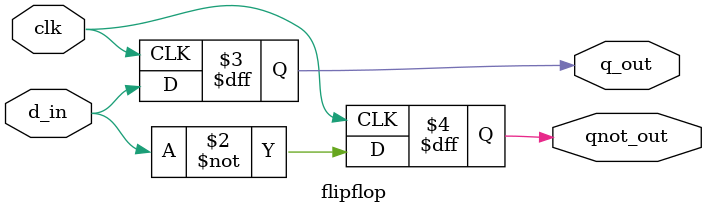
<source format=v>
`timescale 1ns / 1ps


module flipflop(clk, d_in, q_out, qnot_out
    );
    
    input clk, d_in;
    output reg q_out, qnot_out;
    
    always @ (posedge clk )
    begin
    
    
    q_out = d_in;
    qnot_out = ~d_in;

    end
    
    
endmodule

</source>
